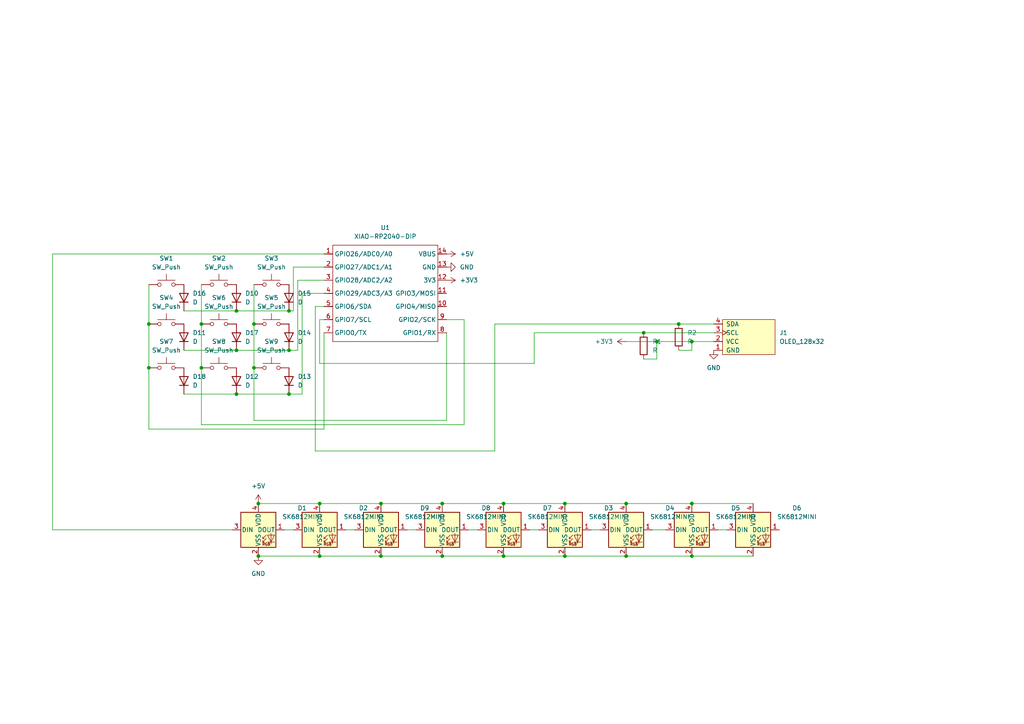
<source format=kicad_sch>
(kicad_sch (version 20231120) (generator "eeschema") (generator_version "8.0")
  (paper "A4")
  (lib_symbols
    (symbol "Device:D" (pin_numbers hide) (pin_names (offset 1.016) hide)
      (property "Reference" "D" (at 0 2.54 0))
      (property "Value" "D" (at 0 -2.54 0))
      (symbol "D_0_1"
        (polyline (pts (xy -1.27 1.27) (xy -1.27 -1.27)) (stroke (width 0.254)))
        (polyline (pts (xy 1.27 0) (xy -1.27 0)))
        (polyline (pts (xy 1.27 1.27) (xy 1.27 -1.27) (xy -1.27 0) (xy 1.27 1.27)) (stroke (width 0.254)))
      )
      (symbol "D_1_1"
        (pin passive line (at -3.81 0 0) (length 2.54) (name "K") (number "1"))
        (pin passive line (at 3.81 0 180) (length 2.54) (name "A") (number "2"))
      )
    )
    (symbol "Device:R" (pin_numbers hide) (pin_names (offset 0))
      (property "Reference" "R" (at 2.032 0 90))
      (property "Value" "R" (at 0 0 90))
      (symbol "R_0_1"
        (rectangle (start -1.016 -2.54) (end 1.016 2.54) (stroke (width 0.254)))
      )
      (symbol "R_1_1"
        (pin passive line (at 0 3.81 270) (length 1.27) (name "~") (number "1"))
        (pin passive line (at 0 -3.81 90) (length 1.27) (name "~") (number "2"))
      )
    )
    (symbol "LED:SK6812MINI" (pin_names (offset 0.254))
      (property "Reference" "D" (at 5.08 5.715 0))
      (property "Value" "SK6812MINI" (at 1.27 -5.715 0))
      (symbol "SK6812MINI_0_0"
        (text "RGB" (at 2.286 -4.191 0) (effects (font (size 0.762 0.762))))
      )
      (symbol "SK6812MINI_0_1"
        (polyline (pts (xy 1.27 -3.556) (xy 1.778 -3.556)))
        (polyline (pts (xy 1.27 -2.54) (xy 1.778 -2.54)))
        (polyline (pts (xy 4.699 -3.556) (xy 2.667 -3.556)))
        (polyline (pts (xy 2.286 -2.54) (xy 1.27 -3.556) (xy 1.27 -3.048)))
        (polyline (pts (xy 2.286 -1.524) (xy 1.27 -2.54) (xy 1.27 -2.032)))
        (polyline (pts (xy 3.683 -1.016) (xy 3.683 -3.556) (xy 3.683 -4.064)))
        (polyline (pts (xy 4.699 -1.524) (xy 2.667 -1.524) (xy 3.683 -3.556) (xy 4.699 -1.524)))
        (rectangle (start 5.08 5.08) (end -5.08 -5.08) (stroke (width 0.254)) (fill (type background)))
      )
      (symbol "SK6812MINI_1_1"
        (pin output line (at 7.62 0 180) (length 2.54) (name "DOUT") (number "1"))
        (pin power_in line (at 0 -7.62 90) (length 2.54) (name "VSS") (number "2"))
        (pin input line (at -7.62 0 0) (length 2.54) (name "DIN") (number "3"))
        (pin power_in line (at 0 7.62 270) (length 2.54) (name "VDD") (number "4"))
      )
    )
    (symbol "OPL:XIAO-RP2040-DIP"
      (property "Reference" "U" (at 0 0 0))
      (property "Value" "XIAO-RP2040-DIP" (at 5.334 -1.778 0))
      (symbol "XIAO-RP2040-DIP_1_0"
        (polyline (pts (xy -1.27 -30.48) (xy -1.27 -16.51)) (stroke (width 0.1524)))
        (polyline (pts (xy -1.27 -27.94) (xy -2.54 -27.94)) (stroke (width 0.1524)))
        (polyline (pts (xy -1.27 -24.13) (xy -2.54 -24.13)) (stroke (width 0.1524)))
        (polyline (pts (xy -1.27 -20.32) (xy -2.54 -20.32)) (stroke (width 0.1524)))
        (polyline (pts (xy -1.27 -16.51) (xy -2.54 -16.51)) (stroke (width 0.1524)))
        (polyline (pts (xy -1.27 -16.51) (xy -1.27 -12.7)) (stroke (width 0.1524)))
        (polyline (pts (xy -1.27 -12.7) (xy -2.54 -12.7)) (stroke (width 0.1524)))
        (polyline (pts (xy -1.27 -12.7) (xy -1.27 -8.89)) (stroke (width 0.1524)))
        (polyline (pts (xy -1.27 -8.89) (xy -2.54 -8.89)) (stroke (width 0.1524)))
        (polyline (pts (xy -1.27 -8.89) (xy -1.27 -5.08)) (stroke (width 0.1524)))
        (polyline (pts (xy -1.27 -5.08) (xy -2.54 -5.08)) (stroke (width 0.1524)))
        (polyline (pts (xy -1.27 -5.08) (xy -1.27 -2.54)) (stroke (width 0.1524)))
        (polyline (pts (xy -1.27 -2.54) (xy 29.21 -2.54)) (stroke (width 0.1524)))
        (polyline (pts (xy 29.21 -30.48) (xy -1.27 -30.48)) (stroke (width 0.1524)))
        (polyline (pts (xy 29.21 -12.7) (xy 29.21 -30.48)) (stroke (width 0.1524)))
        (polyline (pts (xy 29.21 -8.89) (xy 29.21 -12.7)) (stroke (width 0.1524)))
        (polyline (pts (xy 29.21 -5.08) (xy 29.21 -8.89)) (stroke (width 0.1524)))
        (polyline (pts (xy 29.21 -2.54) (xy 29.21 -5.08)) (stroke (width 0.1524)))
        (polyline (pts (xy 30.48 -27.94) (xy 29.21 -27.94)) (stroke (width 0.1524)))
        (polyline (pts (xy 30.48 -24.13) (xy 29.21 -24.13)) (stroke (width 0.1524)))
        (polyline (pts (xy 30.48 -20.32) (xy 29.21 -20.32)) (stroke (width 0.1524)))
        (polyline (pts (xy 30.48 -16.51) (xy 29.21 -16.51)) (stroke (width 0.1524)))
        (polyline (pts (xy 30.48 -12.7) (xy 29.21 -12.7)) (stroke (width 0.1524)))
        (polyline (pts (xy 30.48 -8.89) (xy 29.21 -8.89)) (stroke (width 0.1524)))
        (polyline (pts (xy 30.48 -5.08) (xy 29.21 -5.08)) (stroke (width 0.1524)))
        (pin passive line (at -3.81 -5.08 0) (length 2.54) (name "GPIO26/ADC0/A0") (number "1"))
        (pin passive line (at 31.75 -20.32 180) (length 2.54) (name "GPIO4/MISO") (number "10"))
        (pin passive line (at 31.75 -16.51 180) (length 2.54) (name "GPIO3/MOSI") (number "11"))
        (pin passive line (at 31.75 -12.7 180) (length 2.54) (name "3V3") (number "12"))
        (pin passive line (at 31.75 -8.89 180) (length 2.54) (name "GND") (number "13"))
        (pin passive line (at 31.75 -5.08 180) (length 2.54) (name "VBUS") (number "14"))
        (pin passive line (at -3.81 -8.89 0) (length 2.54) (name "GPIO27/ADC1/A1") (number "2"))
        (pin passive line (at -3.81 -12.7 0) (length 2.54) (name "GPIO28/ADC2/A2") (number "3"))
        (pin passive line (at -3.81 -16.51 0) (length 2.54) (name "GPIO29/ADC3/A3") (number "4"))
        (pin passive line (at -3.81 -20.32 0) (length 2.54) (name "GPIO6/SDA") (number "5"))
        (pin passive line (at -3.81 -24.13 0) (length 2.54) (name "GPIO7/SCL") (number "6"))
        (pin passive line (at -3.81 -27.94 0) (length 2.54) (name "GPIO0/TX") (number "7"))
        (pin passive line (at 31.75 -27.94 180) (length 2.54) (name "GPIO1/RX") (number "8"))
        (pin passive line (at 31.75 -24.13 180) (length 2.54) (name "GPIO2/SCK") (number "9"))
      )
    )
    (symbol "ScottoKeebs:OLED_128x32" (pin_names (offset 1.016))
      (property "Reference" "J" (at 0 -6.35 0))
      (property "Value" "OLED_128x32" (at 0 6.35 0))
      (symbol "OLED_128x32_0_1"
        (rectangle (start 0 5.08) (end 15.24 -5.08) (fill (type background)))
      )
      (symbol "OLED_128x32_1_1"
        (pin power_in line (at -2.54 -3.81 0) (length 2.54) (name "GND") (number "1"))
        (pin power_in line (at -2.54 -1.27 0) (length 2.54) (name "VCC") (number "2"))
        (pin input clock (at -2.54 1.27 0) (length 2.54) (name "SCL") (number "3"))
        (pin bidirectional line (at -2.54 3.81 0) (length 2.54) (name "SDA") (number "4"))
      )
    )
    (symbol "Switch:SW_Push" (pin_numbers hide) (pin_names (offset 1.016) hide)
      (property "Reference" "SW" (at 1.27 2.54 0))
      (property "Value" "SW_Push" (at 0 -1.524 0))
      (symbol "SW_Push_0_1"
        (circle (center -2.032 0) (radius 0.508))
        (polyline (pts (xy 0 1.27) (xy 0 3.048)))
        (polyline (pts (xy 2.54 1.27) (xy -2.54 1.27)))
        (circle (center 2.032 0) (radius 0.508))
        (pin passive line (at -5.08 0 0) (length 2.54) (name "1") (number "1"))
        (pin passive line (at 5.08 0 180) (length 2.54) (name "2") (number "2"))
      )
    )
    (symbol "power:+3V3" (power) (pin_numbers hide) (pin_names (offset 0) hide)
      (property "Value" "+3V3" (at 0 3.556 0))
      (symbol "+3V3_0_1"
        (polyline (pts (xy -0.762 1.27) (xy 0 2.54)))
        (polyline (pts (xy 0 0) (xy 0 2.54)))
        (polyline (pts (xy 0 2.54) (xy 0.762 1.27)))
      )
      (symbol "+3V3_1_1"
        (pin power_in line (at 0 0 90) (length 0) (name "~") (number "1"))
      )
    )
    (symbol "power:+5V" (power) (pin_numbers hide) (pin_names (offset 0) hide)
      (property "Value" "+5V" (at 0 3.556 0))
      (symbol "+5V_0_1"
        (polyline (pts (xy -0.762 1.27) (xy 0 2.54)))
        (polyline (pts (xy 0 0) (xy 0 2.54)))
        (polyline (pts (xy 0 2.54) (xy 0.762 1.27)))
      )
      (symbol "+5V_1_1"
        (pin power_in line (at 0 0 90) (length 0) (name "~") (number "1"))
      )
    )
    (symbol "power:GND" (power) (pin_numbers hide) (pin_names (offset 0) hide)
      (property "Value" "GND" (at 0 -3.81 0))
      (symbol "GND_0_1"
        (polyline (pts (xy 0 0) (xy 0 -1.27) (xy 1.27 -1.27) (xy 0 -2.54) (xy -1.27 -1.27) (xy 0 -1.27)))
      )
      (symbol "GND_1_1"
        (pin power_in line (at 0 0 270) (length 0) (name "~") (number "1"))
      )
    )
  )
  (junction (at 110.49 161.29))
  (junction (at 74.93 146.05))
  (junction (at 163.83 161.29))
  (junction (at 200.66 161.29))
  (junction (at 73.66 93.98))
  (junction (at 92.71 161.29))
  (junction (at 196.85 93.98))
  (junction (at 181.61 161.29))
  (junction (at 190.5 99.06))
  (junction (at 43.18 106.68))
  (junction (at 110.49 146.05))
  (junction (at 83.82 101.6))
  (junction (at 68.58 114.3))
  (junction (at 43.18 93.98))
  (junction (at 146.05 146.05))
  (junction (at 146.05 161.29))
  (junction (at 200.66 146.05))
  (junction (at 83.82 90.17))
  (junction (at 74.93 161.29))
  (junction (at 73.66 106.68))
  (junction (at 83.82 114.3))
  (junction (at 200.66 99.06))
  (junction (at 68.58 101.6))
  (junction (at 163.83 146.05))
  (junction (at 128.27 146.05))
  (junction (at 58.42 93.98))
  (junction (at 58.42 106.68))
  (junction (at 186.69 96.52))
  (junction (at 128.27 161.29))
  (junction (at 68.58 90.17))
  (junction (at 92.71 146.05))
  (junction (at 181.61 146.05))
  (wire (pts (xy 86.36 81.28) (xy 93.98 81.28)))
  (wire (pts (xy 53.34 90.17) (xy 68.58 90.17)))
  (wire (pts (xy 186.69 104.14) (xy 190.5 104.14)))
  (wire (pts (xy 91.44 88.9) (xy 93.98 88.9)))
  (wire (pts (xy 43.18 124.46) (xy 93.98 124.46)))
  (wire (pts (xy 181.61 99.06) (xy 190.5 99.06)))
  (wire (pts (xy 85.09 90.17) (xy 83.82 90.17)))
  (wire (pts (xy 200.66 101.6) (xy 200.66 99.06)))
  (wire (pts (xy 85.09 90.17) (xy 85.09 77.47)))
  (wire (pts (xy 73.66 106.68) (xy 73.66 121.92)))
  (wire (pts (xy 58.42 106.68) (xy 58.42 123.19)))
  (wire (pts (xy 53.34 101.6) (xy 68.58 101.6)))
  (wire (pts (xy 73.66 93.98) (xy 73.66 106.68)))
  (wire (pts (xy 43.18 93.98) (xy 43.18 106.68)))
  (wire (pts (xy 143.51 93.98) (xy 196.85 93.98)))
  (wire (pts (xy 154.94 96.52) (xy 154.94 105.41)))
  (wire (pts (xy 200.66 161.29) (xy 218.44 161.29)))
  (wire (pts (xy 146.05 161.29) (xy 163.83 161.29)))
  (wire (pts (xy 154.94 96.52) (xy 186.69 96.52)))
  (wire (pts (xy 196.85 93.98) (xy 207.01 93.98)))
  (wire (pts (xy 163.83 161.29) (xy 181.61 161.29)))
  (wire (pts (xy 86.36 101.6) (xy 86.36 81.28)))
  (wire (pts (xy 58.42 82.55) (xy 58.42 93.98)))
  (wire (pts (xy 129.54 121.92) (xy 129.54 96.52)))
  (wire (pts (xy 15.24 73.66) (xy 93.98 73.66)))
  (wire (pts (xy 74.93 146.05) (xy 92.71 146.05)))
  (wire (pts (xy 92.71 92.71) (xy 93.98 92.71)))
  (wire (pts (xy 100.33 153.67) (xy 102.87 153.67)))
  (wire (pts (xy 87.63 114.3) (xy 87.63 85.09)))
  (wire (pts (xy 73.66 82.55) (xy 73.66 93.98)))
  (wire (pts (xy 74.93 161.29) (xy 92.71 161.29)))
  (wire (pts (xy 118.11 153.67) (xy 120.65 153.67)))
  (wire (pts (xy 58.42 93.98) (xy 58.42 106.68)))
  (wire (pts (xy 128.27 161.29) (xy 146.05 161.29)))
  (wire (pts (xy 196.85 101.6) (xy 200.66 101.6)))
  (wire (pts (xy 92.71 146.05) (xy 110.49 146.05)))
  (wire (pts (xy 181.61 146.05) (xy 200.66 146.05)))
  (wire (pts (xy 190.5 104.14) (xy 190.5 99.06)))
  (wire (pts (xy 83.82 114.3) (xy 87.63 114.3)))
  (wire (pts (xy 135.89 153.67) (xy 138.43 153.67)))
  (wire (pts (xy 68.58 101.6) (xy 83.82 101.6)))
  (wire (pts (xy 58.42 123.19) (xy 134.62 123.19)))
  (wire (pts (xy 181.61 161.29) (xy 200.66 161.29)))
  (wire (pts (xy 171.45 153.67) (xy 173.99 153.67)))
  (wire (pts (xy 163.83 146.05) (xy 181.61 146.05)))
  (wire (pts (xy 73.66 121.92) (xy 129.54 121.92)))
  (wire (pts (xy 200.66 99.06) (xy 207.01 99.06)))
  (wire (pts (xy 110.49 161.29) (xy 128.27 161.29)))
  (wire (pts (xy 134.62 92.71) (xy 129.54 92.71)))
  (wire (pts (xy 208.28 153.67) (xy 210.82 153.67)))
  (wire (pts (xy 67.31 153.67) (xy 15.24 153.67)))
  (wire (pts (xy 87.63 85.09) (xy 93.98 85.09)))
  (wire (pts (xy 200.66 146.05) (xy 218.44 146.05)))
  (wire (pts (xy 190.5 99.06) (xy 200.66 99.06)))
  (wire (pts (xy 68.58 90.17) (xy 83.82 90.17)))
  (wire (pts (xy 153.67 153.67) (xy 156.21 153.67)))
  (wire (pts (xy 143.51 130.81) (xy 91.44 130.81)))
  (wire (pts (xy 68.58 114.3) (xy 83.82 114.3)))
  (wire (pts (xy 143.51 93.98) (xy 143.51 130.81)))
  (wire (pts (xy 15.24 153.67) (xy 15.24 73.66)))
  (wire (pts (xy 128.27 146.05) (xy 146.05 146.05)))
  (wire (pts (xy 43.18 106.68) (xy 43.18 124.46)))
  (wire (pts (xy 85.09 77.47) (xy 93.98 77.47)))
  (wire (pts (xy 189.23 153.67) (xy 193.04 153.67)))
  (wire (pts (xy 92.71 161.29) (xy 110.49 161.29)))
  (wire (pts (xy 82.55 153.67) (xy 85.09 153.67)))
  (wire (pts (xy 91.44 130.81) (xy 91.44 88.9)))
  (wire (pts (xy 146.05 146.05) (xy 163.83 146.05)))
  (wire (pts (xy 83.82 101.6) (xy 86.36 101.6)))
  (wire (pts (xy 110.49 146.05) (xy 128.27 146.05)))
  (wire (pts (xy 186.69 96.52) (xy 207.01 96.52)))
  (wire (pts (xy 92.71 105.41) (xy 92.71 92.71)))
  (wire (pts (xy 154.94 105.41) (xy 92.71 105.41)))
  (wire (pts (xy 43.18 82.55) (xy 43.18 93.98)))
  (wire (pts (xy 134.62 123.19) (xy 134.62 92.71)))
  (wire (pts (xy 93.98 124.46) (xy 93.98 96.52)))
  (wire (pts (xy 53.34 114.3) (xy 68.58 114.3)))
  (symbol (lib_id "Device:D") (at 53.34 110.49 90) (unit 1)
    (property "Reference" "D18" (at 55.88 109.2199 90) (effects (justify right)))
    (property "Value" "D" (at 55.88 111.7599 90) (effects (justify right)))
    (property "Footprint" "Diode_THT:D_DO-35_SOD27_P7.62mm_Horizontal" (effects (hide yes)))
    (property "Description" "Diode" (effects (hide yes)))
    (property "Sim.Device" "D" (effects (hide yes)))
    (property "Sim.Pins" "1=K 2=A" (effects (hide yes)))
  )
  (symbol (lib_id "Switch:SW_Push") (at 48.26 93.98 0) (unit 1)
    (property "Reference" "SW4" (at 48.26 86.36 0))
    (property "Value" "SW_Push" (at 48.26 88.9 0))
    (property "Footprint" "ScottoKeebs_MX:MX_PCB_1.00u" (effects (hide yes)))
    (property "Description" "Push button switch, generic, two pins" (effects (hide yes)))
  )
  (symbol (lib_id "LED:SK6812MINI") (at 146.05 153.67 0) (unit 1)
    (property "Reference" "D7" (at 158.75 147.3514 0))
    (property "Value" "SK6812MINI" (at 158.75 149.8914 0))
    (property "Footprint" "neopixel:SK6812MINI-E" (effects (hide yes)))
    (property "Datasheet" "https://cdn-shop.adafruit.com/product-files/2686/SK6812MINI_REV.01-1-2.pdf" (effects (hide yes)))
    (property "Description" "RGB LED with integrated controller" (effects (hide yes)))
  )
  (symbol (lib_id "LED:SK6812MINI") (at 128.27 153.67 0) (unit 1)
    (property "Reference" "D8" (at 140.97 147.3514 0))
    (property "Value" "SK6812MINI" (at 140.97 149.8914 0))
    (property "Footprint" "neopixel:SK6812MINI-E" (effects (hide yes)))
    (property "Datasheet" "https://cdn-shop.adafruit.com/product-files/2686/SK6812MINI_REV.01-1-2.pdf" (effects (hide yes)))
    (property "Description" "RGB LED with integrated controller" (effects (hide yes)))
  )
  (symbol (lib_id "Device:D") (at 83.82 97.79 90) (unit 1)
    (property "Reference" "D14" (at 86.36 96.5199 90) (effects (justify right)))
    (property "Value" "D" (at 86.36 99.0599 90) (effects (justify right)))
    (property "Footprint" "Diode_THT:D_DO-35_SOD27_P7.62mm_Horizontal" (effects (hide yes)))
    (property "Description" "Diode" (effects (hide yes)))
    (property "Sim.Device" "D" (effects (hide yes)))
    (property "Sim.Pins" "1=K 2=A" (effects (hide yes)))
  )
  (symbol (lib_id "Switch:SW_Push") (at 63.5 106.68 0) (unit 1)
    (property "Reference" "SW8" (at 63.5 99.06 0))
    (property "Value" "SW_Push" (at 63.5 101.6 0))
    (property "Footprint" "ScottoKeebs_MX:MX_PCB_1.00u" (effects (hide yes)))
    (property "Description" "Push button switch, generic, two pins" (effects (hide yes)))
  )
  (symbol (lib_id "power:GND") (at 129.54 77.47 90) (unit 1)
    (property "Reference" "#PWR03" (effects (hide yes)))
    (property "Value" "GND" (at 133.35 77.4699 90) (effects (justify right)))
    (property "Description" "Power symbol creates a global label with name \"GND\" , ground" (effects (hide yes)))
  )
  (symbol (lib_id "LED:SK6812MINI") (at 218.44 153.67 0) (unit 1)
    (property "Reference" "D6" (at 231.14 147.3514 0))
    (property "Value" "SK6812MINI" (at 231.14 149.8914 0))
    (property "Footprint" "neopixel:SK6812MINI-E" (effects (hide yes)))
    (property "Datasheet" "https://cdn-shop.adafruit.com/product-files/2686/SK6812MINI_REV.01-1-2.pdf" (effects (hide yes)))
    (property "Description" "RGB LED with integrated controller" (effects (hide yes)))
  )
  (symbol (lib_id "power:GND") (at 74.93 161.29 0) (unit 1)
    (property "Reference" "#PWR01" (effects (hide yes)))
    (property "Value" "GND" (at 74.93 166.37 0))
    (property "Description" "Power symbol creates a global label with name \"GND\" , ground" (effects (hide yes)))
  )
  (symbol (lib_id "power:+3V3") (at 181.61 99.06 90) (unit 1)
    (property "Reference" "#PWR06" (effects (hide yes)))
    (property "Value" "+3V3" (at 177.8 99.0599 90) (effects (justify left)))
    (property "Description" "Power symbol creates a global label with name \"+3V3\"" (effects (hide yes)))
  )
  (symbol (lib_id "power:GND") (at 207.01 101.6 0) (unit 1)
    (property "Reference" "#PWR05" (effects (hide yes)))
    (property "Value" "GND" (at 207.01 106.68 0))
    (property "Description" "Power symbol creates a global label with name \"GND\" , ground" (effects (hide yes)))
  )
  (symbol (lib_id "Switch:SW_Push") (at 78.74 93.98 0) (unit 1)
    (property "Reference" "SW5" (at 78.74 86.36 0))
    (property "Value" "SW_Push" (at 78.74 88.9 0))
    (property "Footprint" "ScottoKeebs_MX:MX_PCB_1.00u" (effects (hide yes)))
    (property "Description" "Push button switch, generic, two pins" (effects (hide yes)))
  )
  (symbol (lib_id "power:+3V3") (at 129.54 81.28 270) (unit 1)
    (property "Reference" "#PWR07" (effects (hide yes)))
    (property "Value" "+3V3" (at 133.35 81.2799 90) (effects (justify left)))
    (property "Description" "Power symbol creates a global label with name \"+3V3\"" (effects (hide yes)))
  )
  (symbol (lib_id "Device:D") (at 68.58 110.49 90) (unit 1)
    (property "Reference" "D12" (at 71.12 109.2199 90) (effects (justify right)))
    (property "Value" "D" (at 71.12 111.7599 90) (effects (justify right)))
    (property "Footprint" "Diode_THT:D_DO-35_SOD27_P7.62mm_Horizontal" (effects (hide yes)))
    (property "Description" "Diode" (effects (hide yes)))
    (property "Sim.Device" "D" (effects (hide yes)))
    (property "Sim.Pins" "1=K 2=A" (effects (hide yes)))
  )
  (symbol (lib_id "Switch:SW_Push") (at 78.74 82.55 0) (unit 1)
    (property "Reference" "SW3" (at 78.74 74.93 0))
    (property "Value" "SW_Push" (at 78.74 77.47 0))
    (property "Footprint" "ScottoKeebs_MX:MX_PCB_1.00u" (effects (hide yes)))
    (property "Description" "Push button switch, generic, two pins" (effects (hide yes)))
  )
  (symbol (lib_id "Device:R") (at 186.69 100.33 180) (unit 1)
    (property "Reference" "R1" (at 189.23 99.0599 0) (effects (justify right)))
    (property "Value" "R" (at 189.23 101.5999 0) (effects (justify right)))
    (property "Footprint" "Resistor_THT:R_Axial_DIN0204_L3.6mm_D1.6mm_P7.62mm_Horizontal" (effects (hide yes)))
    (property "Description" "Resistor" (effects (hide yes)))
  )
  (symbol (lib_id "LED:SK6812MINI") (at 163.83 153.67 0) (unit 1)
    (property "Reference" "D3" (at 176.53 147.3514 0))
    (property "Value" "SK6812MINI" (at 176.53 149.8914 0))
    (property "Footprint" "neopixel:SK6812MINI-E" (effects (hide yes)))
    (property "Datasheet" "https://cdn-shop.adafruit.com/product-files/2686/SK6812MINI_REV.01-1-2.pdf" (effects (hide yes)))
    (property "Description" "RGB LED with integrated controller" (effects (hide yes)))
  )
  (symbol (lib_id "power:+5V") (at 129.54 73.66 270) (unit 1)
    (property "Reference" "#PWR04" (effects (hide yes)))
    (property "Value" "+5V" (at 133.35 73.6599 90) (effects (justify left)))
    (property "Description" "Power symbol creates a global label with name \"+5V\"" (effects (hide yes)))
  )
  (symbol (lib_id "ScottoKeebs:OLED_128x32") (at 209.55 97.79 0) (unit 1)
    (property "Reference" "J1" (at 226.06 96.5199 0) (effects (justify left)))
    (property "Value" "OLED_128x32" (at 226.06 99.0599 0) (effects (justify left)))
    (property "Footprint" "ScottoKeebs_Components:OLED_128x32" (effects (hide yes)))
  )
  (symbol (lib_id "Device:R") (at 196.85 97.79 180) (unit 1)
    (property "Reference" "R2" (at 199.39 96.5199 0) (effects (justify right)))
    (property "Value" "R" (at 199.39 99.0599 0) (effects (justify right)))
    (property "Footprint" "Resistor_THT:R_Axial_DIN0204_L3.6mm_D1.6mm_P7.62mm_Horizontal" (effects (hide yes)))
    (property "Description" "Resistor" (effects (hide yes)))
  )
  (symbol (lib_id "Switch:SW_Push") (at 63.5 93.98 0) (unit 1)
    (property "Reference" "SW6" (at 63.5 86.36 0))
    (property "Value" "SW_Push" (at 63.5 88.9 0))
    (property "Footprint" "ScottoKeebs_MX:MX_PCB_1.00u" (effects (hide yes)))
    (property "Description" "Push button switch, generic, two pins" (effects (hide yes)))
  )
  (symbol (lib_id "Device:D") (at 68.58 86.36 90) (unit 1)
    (property "Reference" "D10" (at 71.12 85.0899 90) (effects (justify right)))
    (property "Value" "D" (at 71.12 87.6299 90) (effects (justify right)))
    (property "Footprint" "Diode_THT:D_DO-35_SOD27_P7.62mm_Horizontal" (effects (hide yes)))
    (property "Description" "Diode" (effects (hide yes)))
    (property "Sim.Device" "D" (effects (hide yes)))
    (property "Sim.Pins" "1=K 2=A" (effects (hide yes)))
  )
  (symbol (lib_id "Device:D") (at 83.82 110.49 90) (unit 1)
    (property "Reference" "D13" (at 86.36 109.2199 90) (effects (justify right)))
    (property "Value" "D" (at 86.36 111.7599 90) (effects (justify right)))
    (property "Footprint" "Diode_THT:D_DO-35_SOD27_P7.62mm_Horizontal" (effects (hide yes)))
    (property "Description" "Diode" (effects (hide yes)))
    (property "Sim.Device" "D" (effects (hide yes)))
    (property "Sim.Pins" "1=K 2=A" (effects (hide yes)))
  )
  (symbol (lib_id "Device:D") (at 53.34 86.36 90) (unit 1)
    (property "Reference" "D16" (at 55.88 85.0899 90) (effects (justify right)))
    (property "Value" "D" (at 55.88 87.6299 90) (effects (justify right)))
    (property "Footprint" "Diode_THT:D_DO-35_SOD27_P7.62mm_Horizontal" (effects (hide yes)))
    (property "Description" "Diode" (effects (hide yes)))
    (property "Sim.Device" "D" (effects (hide yes)))
    (property "Sim.Pins" "1=K 2=A" (effects (hide yes)))
  )
  (symbol (lib_id "LED:SK6812MINI") (at 200.66 153.67 0) (unit 1)
    (property "Reference" "D5" (at 213.36 147.3514 0))
    (property "Value" "SK6812MINI" (at 213.36 149.8914 0))
    (property "Footprint" "neopixel:SK6812MINI-E" (effects (hide yes)))
    (property "Datasheet" "https://cdn-shop.adafruit.com/product-files/2686/SK6812MINI_REV.01-1-2.pdf" (effects (hide yes)))
    (property "Description" "RGB LED with integrated controller" (effects (hide yes)))
  )
  (symbol (lib_id "Switch:SW_Push") (at 48.26 106.68 0) (unit 1)
    (property "Reference" "SW7" (at 48.26 99.06 0))
    (property "Value" "SW_Push" (at 48.26 101.6 0))
    (property "Footprint" "ScottoKeebs_MX:MX_PCB_1.00u" (effects (hide yes)))
    (property "Description" "Push button switch, generic, two pins" (effects (hide yes)))
  )
  (symbol (lib_id "OPL:XIAO-RP2040-DIP") (at 97.79 68.58 0) (unit 1)
    (property "Reference" "U1" (at 111.76 66.04 0))
    (property "Value" "XIAO-RP2040-DIP" (at 111.76 68.58 0))
    (property "Footprint" "OPL:XIAO-RP2040-DIP" (effects (hide yes)))
  )
  (symbol (lib_id "Switch:SW_Push") (at 63.5 82.55 0) (unit 1)
    (property "Reference" "SW2" (at 63.5 74.93 0))
    (property "Value" "SW_Push" (at 63.5 77.47 0))
    (property "Footprint" "ScottoKeebs_MX:MX_PCB_1.00u" (effects (hide yes)))
    (property "Description" "Push button switch, generic, two pins" (effects (hide yes)))
  )
  (symbol (lib_id "Device:D") (at 83.82 86.36 90) (unit 1)
    (property "Reference" "D15" (at 86.36 85.0899 90) (effects (justify right)))
    (property "Value" "D" (at 86.36 87.6299 90) (effects (justify right)))
    (property "Footprint" "Diode_THT:D_DO-35_SOD27_P7.62mm_Horizontal" (effects (hide yes)))
    (property "Description" "Diode" (effects (hide yes)))
    (property "Sim.Device" "D" (effects (hide yes)))
    (property "Sim.Pins" "1=K 2=A" (effects (hide yes)))
  )
  (symbol (lib_id "LED:SK6812MINI") (at 110.49 153.67 0) (unit 1)
    (property "Reference" "D9" (at 123.19 147.3514 0))
    (property "Value" "SK6812MINI" (at 123.19 149.8914 0))
    (property "Footprint" "neopixel:SK6812MINI-E" (effects (hide yes)))
    (property "Datasheet" "https://cdn-shop.adafruit.com/product-files/2686/SK6812MINI_REV.01-1-2.pdf" (effects (hide yes)))
    (property "Description" "RGB LED with integrated controller" (effects (hide yes)))
  )
  (symbol (lib_id "LED:SK6812MINI") (at 181.61 153.67 0) (unit 1)
    (property "Reference" "D4" (at 194.31 147.3514 0))
    (property "Value" "SK6812MINI" (at 194.31 149.8914 0))
    (property "Footprint" "neopixel:SK6812MINI-E" (effects (hide yes)))
    (property "Datasheet" "https://cdn-shop.adafruit.com/product-files/2686/SK6812MINI_REV.01-1-2.pdf" (effects (hide yes)))
    (property "Description" "RGB LED with integrated controller" (effects (hide yes)))
  )
  (symbol (lib_id "LED:SK6812MINI") (at 74.93 153.67 0) (unit 1)
    (property "Reference" "D1" (at 87.63 147.3514 0))
    (property "Value" "SK6812MINI" (at 87.63 149.8914 0))
    (property "Footprint" "neopixel:SK6812MINI-E" (effects (hide yes)))
    (property "Datasheet" "https://cdn-shop.adafruit.com/product-files/2686/SK6812MINI_REV.01-1-2.pdf" (effects (hide yes)))
    (property "Description" "RGB LED with integrated controller" (effects (hide yes)))
  )
  (symbol (lib_id "power:+5V") (at 74.93 146.05 0) (unit 1)
    (property "Reference" "#PWR02" (effects (hide yes)))
    (property "Value" "+5V" (at 74.93 140.97 0))
    (property "Description" "Power symbol creates a global label with name \"+5V\"" (effects (hide yes)))
  )
  (symbol (lib_id "Switch:SW_Push") (at 78.74 106.68 0) (unit 1)
    (property "Reference" "SW9" (at 78.74 99.06 0))
    (property "Value" "SW_Push" (at 78.74 101.6 0))
    (property "Footprint" "ScottoKeebs_MX:MX_PCB_1.00u" (effects (hide yes)))
    (property "Description" "Push button switch, generic, two pins" (effects (hide yes)))
  )
  (symbol (lib_id "Switch:SW_Push") (at 48.26 82.55 0) (unit 1)
    (property "Reference" "SW1" (at 48.26 74.93 0))
    (property "Value" "SW_Push" (at 48.26 77.47 0))
    (property "Footprint" "ScottoKeebs_MX:MX_PCB_1.00u" (effects (hide yes)))
    (property "Description" "Push button switch, generic, two pins" (effects (hide yes)))
  )
  (symbol (lib_id "LED:SK6812MINI") (at 92.71 153.67 0) (unit 1)
    (property "Reference" "D2" (at 105.41 147.3514 0))
    (property "Value" "SK6812MINI" (at 105.41 149.8914 0))
    (property "Footprint" "neopixel:SK6812MINI-E" (effects (hide yes)))
    (property "Datasheet" "https://cdn-shop.adafruit.com/product-files/2686/SK6812MINI_REV.01-1-2.pdf" (effects (hide yes)))
    (property "Description" "RGB LED with integrated controller" (effects (hide yes)))
  )
  (symbol (lib_id "Device:D") (at 53.34 97.79 90) (unit 1)
    (property "Reference" "D11" (at 55.88 96.5199 90) (effects (justify right)))
    (property "Value" "D" (at 55.88 99.0599 90) (effects (justify right)))
    (property "Footprint" "Diode_THT:D_DO-35_SOD27_P7.62mm_Horizontal" (effects (hide yes)))
    (property "Description" "Diode" (effects (hide yes)))
    (property "Sim.Device" "D" (effects (hide yes)))
    (property "Sim.Pins" "1=K 2=A" (effects (hide yes)))
  )
  (symbol (lib_id "Device:D") (at 68.58 97.79 90) (unit 1)
    (property "Reference" "D17" (at 71.12 96.5199 90) (effects (justify right)))
    (property "Value" "D" (at 71.12 99.0599 90) (effects (justify right)))
    (property "Footprint" "Diode_THT:D_DO-35_SOD27_P7.62mm_Horizontal" (effects (hide yes)))
    (property "Description" "Diode" (effects (hide yes)))
    (property "Sim.Device" "D" (effects (hide yes)))
    (property "Sim.Pins" "1=K 2=A" (effects (hide yes)))
  )
)
</source>
